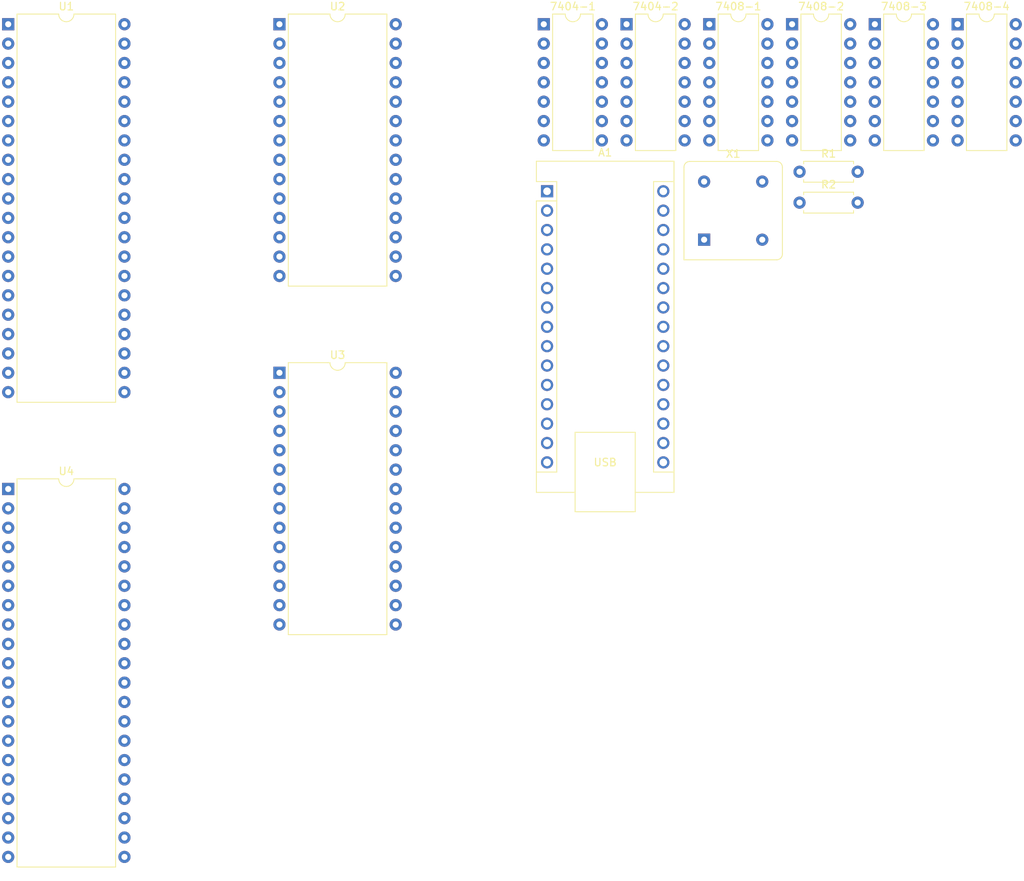
<source format=kicad_pcb>
(kicad_pcb (version 20221018) (generator pcbnew)
  (layers (0 "F.Cu" signal) (31 "B.Cu" signal) (34 "B.Paste" user) (35 "F.Paste" user) (36 "B.SilkS" user "B.Silkscreen") (37 "F.SilkS" user "F.Silkscreen") (38 "B.Mask" user) (39 "F.Mask" user) (44 "Edge.Cuts" user))
  (net 0 "")
  (net 2 "Net-(7404-1-Pad2)")
  (net 4 "Net-(7404-1-Pad4)")
  (net 6 "Net-(7404-1-Pad6)")
  (net 8 "VDD")
  (net 9 "GND")
  (net 17 "Net-(7404-1-Pad12)")
  (net 18 "Net-(U4-CS1)")
  (net 19 "Net-(U4-~{CS2})")
  (net 20 "Net-(7404-2-Pad3)")
  (net 21 "Net-(U3-~{CS})")
  (net 22 "Net-(7404-2-Pad5)")
  (net 32 "Net-(U2-~{CS})")
  (net 33 "Net-(7404-2-Pad9)")
  (net 35 "Net-(7404-2-Pad11)")
  (net 37 "Net-(7404-2-Pad13)")
  (net 38 "Net-(7408-1-Pad6)")
  (net 41 "Net-(7408-1-Pad10)")
  (net 43 "Net-(7408-2-Pad3)")
  (net 44 "Net-(7408-2-Pad11)")
  (net 45 "Net-(7408-3-Pad3)")
  (net 54 "/A0")
  (net 55 "/A1")
  (net 56 "/A2")
  (net 57 "/A3")
  (net 58 "/A4")
  (net 59 "/A5")
  (net 60 "/A6")
  (net 61 "/A7")
  (net 62 "/A8")
  (net 63 "/A9")
  (net 64 "/A10")
  (net 65 "/A11")
  (net 66 "/A12")
  (net 67 "/A13")
  (net 68 "/A14")
  (net 69 "/A15")
  (net 70 "/D7")
  (net 71 "/D6")
  (net 72 "/D5")
  (net 73 "/D4")
  (net 74 "/D3")
  (net 75 "/D2")
  (net 76 "/D1")
  (net 77 "/D0")
  (net 82 "Net-(U1-ϕ0)")
  (net 83 "Net-(A1-D3)")
  (net 97 "/PB7")
  (net 98 "/PB6")
  (net 99 "/PB5")
  (net 100 "/PB4")
  (net 101 "/PB3")
  (net 102 "/PB2")
  (net 103 "/PB1")
  (net 104 "/PB0")
  (net 110 "/LCD_SDA")
  (net 111 "/LCD_SCL")
  (net 116 "Net-(SW1-A)")
  (net 117 "Net-(U1-RDY)")
  (net 118 "Net-(U1-R{slash}~{W})")
  (footprint "Package_DIP:DIP-14_W7.62mm" (layer "F.Cu") (at 199.97 55.88)
    (fp_text reference "7408-3" (at 3.81 -2.33) (layer "F.SilkS"))
    (fp_text value "74LS08")
    (fp_line (start 1.16 -1.33) (end 1.16 16.57) (stroke (width 0.12)) (layer "F.SilkS"))
    (fp_line (start 1.16 16.57) (end 6.46 16.57) (stroke (width 0.12)) (layer "F.SilkS"))
    (fp_line (start 2.81 -1.33) (end 1.16 -1.33) (stroke (width 0.12)) (layer "F.SilkS"))
    (fp_line (start 6.46 -1.33) (end 4.81 -1.33) (stroke (width 0.12)) (layer "F.SilkS"))
    (fp_line (start 6.46 16.57) (end 6.46 -1.33) (stroke (width 0.12)) (layer "F.SilkS"))
    (fp_arc (start 4.81 -1.33) (mid 3.81 -0.33) (end 2.81 -1.33) (stroke (width 0.12)) (layer "F.SilkS"))
    (pad "1" thru_hole rect (at 0 0) (size 1.6 1.6) (drill 0.8) (layers "*.Cu" "*.Mask") (net 67 "/A13"))
    (pad "2" thru_hole oval (at 0 2.54) (size 1.6 1.6) (drill 0.8) (layers "*.Cu" "*.Mask") (net 66 "/A12"))
    (pad "3" thru_hole oval (at 0 5.08) (size 1.6 1.6) (drill 0.8) (layers "*.Cu" "*.Mask") (net 45 "Net-(7408-3-Pad3)"))
    (pad "4" thru_hole oval (at 0 7.62) (size 1.6 1.6) (drill 0.8) (layers "*.Cu" "*.Mask") (net 38 "Net-(7408-1-Pad6)"))
    (pad "5" thru_hole oval (at 0 10.16) (size 1.6 1.6) (drill 0.8) (layers "*.Cu" "*.Mask") (net 45 "Net-(7408-3-Pad3)"))
    (pad "6" thru_hole oval (at 0 12.7) (size 1.6 1.6) (drill 0.8) (layers "*.Cu" "*.Mask") (net 22 "Net-(7404-2-Pad5)"))
    (pad "7" thru_hole oval (at 0 15.24) (size 1.6 1.6) (drill 0.8) (layers "*.Cu" "*.Mask") (net 9 "GND"))
    (pad "8" thru_hole oval (at 7.62 15.24) (size 1.6 1.6) (drill 0.8) (layers "*.Cu" "*.Mask"))
    (pad "9" thru_hole oval (at 7.62 12.7) (size 1.6 1.6) (drill 0.8) (layers "*.Cu" "*.Mask"))
    (pad "10" thru_hole oval (at 7.62 10.16) (size 1.6 1.6) (drill 0.8) (layers "*.Cu" "*.Mask"))
    (pad "11" thru_hole oval (at 7.62 7.62) (size 1.6 1.6) (drill 0.8) (layers "*.Cu" "*.Mask") (net 33 "Net-(7404-2-Pad9)"))
    (pad "12" thru_hole oval (at 7.62 5.08) (size 1.6 1.6) (drill 0.8) (layers "*.Cu" "*.Mask") (net 2 "Net-(7404-1-Pad2)"))
    (pad "13" thru_hole oval (at 7.62 2.54) (size 1.6 1.6) (drill 0.8) (layers "*.Cu" "*.Mask") (net 82 "Net-(U1-ϕ0)"))
    (pad "14" thru_hole oval (at 7.62 0) (size 1.6 1.6) (drill 0.8) (layers "*.Cu" "*.Mask") (net 8 "VDD"))
  )
  (footprint "Module:Arduino_Nano" (layer "F.Cu") (at 157 77.79)
    (fp_text reference "A1" (at 7.62 -5.08) (layer "F.SilkS"))
    (fp_text value "Arduino_Nano_v3.x")
    (fp_text user "USB" (at 7.62 35.56 unlocked) (layer "F.SilkS"))
    (fp_line (start -1.4 -3.94) (end -1.4 -1.27) (stroke (width 0.12)) (layer "F.SilkS"))
    (fp_line (start -1.4 1.27) (end -1.4 39.5) (stroke (width 0.12)) (layer "F.SilkS"))
    (fp_line (start -1.4 39.5) (end 3.68 39.5) (stroke (width 0.12)) (layer "F.SilkS"))
    (fp_line (start 1.27 -1.27) (end -1.4 -1.27) (stroke (width 0.12)) (layer "F.SilkS"))
    (fp_line (start 1.27 1.27) (end -1.4 1.27) (stroke (width 0.12)) (layer "F.SilkS"))
    (fp_line (start 1.27 1.27) (end 1.27 -1.27) (stroke (width 0.12)) (layer "F.SilkS"))
    (fp_line (start 1.27 1.27) (end 1.27 36.83) (stroke (width 0.12)) (layer "F.SilkS"))
    (fp_line (start 1.27 36.83) (end -1.4 36.83) (stroke (width 0.12)) (layer "F.SilkS"))
    (fp_line (start 3.68 31.62) (end 11.56 31.62) (stroke (width 0.12)) (layer "F.SilkS"))
    (fp_line (start 3.68 42.04) (end 3.68 31.62) (stroke (width 0.12)) (layer "F.SilkS"))
    (fp_line (start 11.56 31.62) (end 11.56 42.04) (stroke (width 0.12)) (layer "F.SilkS"))
    (fp_line (start 11.56 42.04) (end 3.68 42.04) (stroke (width 0.12)) (layer "F.SilkS"))
    (fp_line (start 13.97 -1.27) (end 13.97 36.83) (stroke (width 0.12)) (layer "F.SilkS"))
    (fp_line (start 13.97 -1.27) (end 16.64 -1.27) (stroke (width 0.12)) (layer "F.SilkS"))
    (fp_line (start 13.97 36.83) (end 16.64 36.83) (stroke (width 0.12)) (layer "F.SilkS"))
    (fp_line (start 16.64 -3.94) (end -1.4 -3.94) (stroke (width 0.12)) (layer "F.SilkS"))
    (fp_line (start 16.64 39.5) (end 11.56 39.5) (stroke (width 0.12)) (layer "F.SilkS"))
    (fp_line (start 16.64 39.5) (end 16.64 -3.94) (stroke (width 0.12)) (layer "F.SilkS"))
    (pad "1" thru_hole rect (at 0 0) (size 1.6 1.6) (drill 1) (layers "*.Cu" "*.Mask"))
    (pad "2" thru_hole oval (at 0 2.54) (size 1.6 1.6) (drill 1) (layers "*.Cu" "*.Mask"))
    (pad "3" thru_hole oval (at 0 5.08) (size 1.6 1.6) (drill 1) (layers "*.Cu" "*.Mask"))
    (pad "4" thru_hole oval (at 0 7.62) (size 1.6 1.6) (drill 1) (layers "*.Cu" "*.Mask") (net 9 "GND"))
    (pad "5" thru_hole oval (at 0 10.16) (size 1.6 1.6) (drill 1) (layers "*.Cu" "*.Mask"))
    (pad "6" thru_hole oval (at 0 12.7) (size 1.6 1.6) (drill 1) (layers "*.Cu" "*.Mask") (net 83 "Net-(A1-D3)"))
    (pad "7" thru_hole oval (at 0 15.24) (size 1.6 1.6) (drill 1) (layers "*.Cu" "*.Mask") (net 97 "/PB7"))
    (pad "8" thru_hole oval (at 0 17.78) (size 1.6 1.6) (drill 1) (layers "*.Cu" "*.Mask") (net 98 "/PB6"))
    (pad "9" thru_hole oval (at 0 20.32) (size 1.6 1.6) (drill 1) (layers "*.Cu" "*.Mask") (net 99 "/PB5"))
    (pad "10" thru_hole oval (at 0 22.86) (size 1.6 1.6) (drill 1) (layers "*.Cu" "*.Mask") (net 100 "/PB4"))
    (pad "11" thru_hole oval (at 0 25.4) (size 1.6 1.6) (drill 1) (layers "*.Cu" "*.Mask") (net 101 "/PB3"))
    (pad "12" thru_hole oval (at 0 27.94) (size 1.6 1.6) (drill 1) (layers "*.Cu" "*.Mask") (net 102 "/PB2"))
    (pad "13" thru_hole oval (at 0 30.48) (size 1.6 1.6) (drill 1) (layers "*.Cu" "*.Mask") (net 103 "/PB1"))
    (pad "14" thru_hole oval (at 0 33.02) (size 1.6 1.6) (drill 1) (layers "*.Cu" "*.Mask") (net 104 "/PB0"))
    (pad "15" thru_hole oval (at 0 35.56) (size 1.6 1.6) (drill 1) (layers "*.Cu" "*.Mask"))
    (pad "16" thru_hole oval (at 15.24 35.56) (size 1.6 1.6) (drill 1) (layers "*.Cu" "*.Mask"))
    (pad "17" thru_hole oval (at 15.24 33.02) (size 1.6 1.6) (drill 1) (layers "*.Cu" "*.Mask"))
    (pad "18" thru_hole oval (at 15.24 30.48) (size 1.6 1.6) (drill 1) (layers "*.Cu" "*.Mask"))
    (pad "19" thru_hole oval (at 15.24 27.94) (size 1.6 1.6) (drill 1) (layers "*.Cu" "*.Mask") (net 58 "/A4"))
    (pad "20" thru_hole oval (at 15.24 25.4) (size 1.6 1.6) (drill 1) (layers "*.Cu" "*.Mask") (net 59 "/A5"))
    (pad "21" thru_hole oval (at 15.24 22.86) (size 1.6 1.6) (drill 1) (layers "*.Cu" "*.Mask") (net 60 "/A6"))
    (pad "22" thru_hole oval (at 15.24 20.32) (size 1.6 1.6) (drill 1) (layers "*.Cu" "*.Mask"))
    (pad "23" thru_hole oval (at 15.24 17.78) (size 1.6 1.6) (drill 1) (layers "*.Cu" "*.Mask") (net 110 "/LCD_SDA"))
    (pad "24" thru_hole oval (at 15.24 15.24) (size 1.6 1.6) (drill 1) (layers "*.Cu" "*.Mask") (net 111 "/LCD_SCL"))
    (pad "25" thru_hole oval (at 15.24 12.7) (size 1.6 1.6) (drill 1) (layers "*.Cu" "*.Mask"))
    (pad "26" thru_hole oval (at 15.24 10.16) (size 1.6 1.6) (drill 1) (layers "*.Cu" "*.Mask"))
    (pad "27" thru_hole oval (at 15.24 7.62) (size 1.6 1.6) (drill 1) (layers "*.Cu" "*.Mask"))
    (pad "28" thru_hole oval (at 15.24 5.08) (size 1.6 1.6) (drill 1) (layers "*.Cu" "*.Mask"))
    (pad "29" thru_hole oval (at 15.24 2.54) (size 1.6 1.6) (drill 1) (layers "*.Cu" "*.Mask") (net 9 "GND"))
    (pad "30" thru_hole oval (at 15.24 0) (size 1.6 1.6) (drill 1) (layers "*.Cu" "*.Mask") (net 8 "VDD"))
  )
  (footprint "Package_DIP:DIP-14_W7.62mm" (layer "F.Cu") (at 167.42 55.88)
    (fp_text reference "7404-2" (at 3.81 -2.33) (layer "F.SilkS"))
    (fp_text value "74HCT04")
    (fp_line (start 1.16 -1.33) (end 1.16 16.57) (stroke (width 0.12)) (layer "F.SilkS"))
    (fp_line (start 1.16 16.57) (end 6.46 16.57) (stroke (width 0.12)) (layer "F.SilkS"))
    (fp_line (start 2.81 -1.33) (end 1.16 -1.33) (stroke (width 0.12)) (layer "F.SilkS"))
    (fp_line (start 6.46 -1.33) (end 4.81 -1.33) (stroke (width 0.12)) (layer "F.SilkS"))
    (fp_line (start 6.46 16.57) (end 6.46 -1.33) (stroke (width 0.12)) (layer "F.SilkS"))
    (fp_arc (start 4.81 -1.33) (mid 3.81 -0.33) (end 2.81 -1.33) (stroke (width 0.12)) (layer "F.SilkS"))
    (pad "1" thru_hole rect (at 0 0) (size 1.6 1.6) (drill 0.8) (layers "*.Cu" "*.Mask") (net 18 "Net-(U4-CS1)"))
    (pad "2" thru_hole oval (at 0 2.54) (size 1.6 1.6) (drill 0.8) (layers "*.Cu" "*.Mask") (net 19 "Net-(U4-~{CS2})"))
    (pad "3" thru_hole oval (at 0 5.08) (size 1.6 1.6) (drill 0.8) (layers "*.Cu" "*.Mask") (net 20 "Net-(7404-2-Pad3)"))
    (pad "4" thru_hole oval (at 0 7.62) (size 1.6 1.6) (drill 0.8) (layers "*.Cu" "*.Mask") (net 21 "Net-(U3-~{CS})"))
    (pad "5" thru_hole oval (at 0 10.16) (size 1.6 1.6) (drill 0.8) (layers "*.Cu" "*.Mask") (net 22 "Net-(7404-2-Pad5)"))
    (pad "6" thru_hole oval (at 0 12.7) (size 1.6 1.6) (drill 0.8) (layers "*.Cu" "*.Mask"))
    (pad "7" thru_hole oval (at 0 15.24) (size 1.6 1.6) (drill 0.8) (layers "*.Cu" "*.Mask") (net 9 "GND"))
    (pad "8" thru_hole oval (at 7.62 15.24) (size 1.6 1.6) (drill 0.8) (layers "*.Cu" "*.Mask") (net 32 "Net-(U2-~{CS})"))
    (pad "9" thru_hole oval (at 7.62 12.7) (size 1.6 1.6) (drill 0.8) (layers "*.Cu" "*.Mask") (net 33 "Net-(7404-2-Pad9)"))
    (pad "10" thru_hole oval (at 7.62 10.16) (size 1.6 1.6) (drill 0.8) (layers "*.Cu" "*.Mask"))
    (pad "11" thru_hole oval (at 7.62 7.62) (size 1.6 1.6) (drill 0.8) (layers "*.Cu" "*.Mask") (net 35 "Net-(7404-2-Pad11)"))
    (pad "12" thru_hole oval (at 7.62 5.08) (size 1.6 1.6) (drill 0.8) (layers "*.Cu" "*.Mask"))
    (pad "13" thru_hole oval (at 7.62 2.54) (size 1.6 1.6) (drill 0.8) (layers "*.Cu" "*.Mask") (net 37 "Net-(7404-2-Pad13)"))
    (pad "14" thru_hole oval (at 7.62 0) (size 1.6 1.6) (drill 0.8) (layers "*.Cu" "*.Mask") (net 8 "VDD"))
  )
  (footprint "Package_DIP:DIP-40_W15.24mm" (layer "F.Cu") (at 86.36 116.84)
    (fp_text reference "U4" (at 7.62 -2.33) (layer "F.SilkS"))
    (fp_text value "W65C22SxP")
    (fp_line (start 1.16 -1.33) (end 1.16 49.59) (stroke (width 0.12)) (layer "F.SilkS"))
    (fp_line (start 1.16 49.59) (end 14.08 49.59) (stroke (width 0.12)) (layer "F.SilkS"))
    (fp_line (start 6.62 -1.33) (end 1.16 -1.33) (stroke (width 0.12)) (layer "F.SilkS"))
    (fp_line (start 14.08 -1.33) (end 8.62 -1.33) (stroke (width 0.12)) (layer "F.SilkS"))
    (fp_line (start 14.08 49.59) (end 14.08 -1.33) (stroke (width 0.12)) (layer "F.SilkS"))
    (fp_arc (start 8.62 -1.33) (mid 7.62 -0.33) (end 6.62 -1.33) (stroke (width 0.12)) (layer "F.SilkS"))
    (pad "1" thru_hole rect (at 0 0) (size 1.6 1.6) (drill 0.8) (layers "*.Cu" "*.Mask") (net 9 "GND"))
    (pad "2" thru_hole oval (at 0 2.54) (size 1.6 1.6) (drill 0.8) (layers "*.Cu" "*.Mask"))
    (pad "3" thru_hole oval (at 0 5.08) (size 1.6 1.6) (drill 0.8) (layers "*.Cu" "*.Mask"))
    (pad "4" thru_hole oval (at 0 7.62) (size 1.6 1.6) (drill 0.8) (layers "*.Cu" "*.Mask"))
    (pad "5" thru_hole oval (at 0 10.16) (size 1.6 1.6) (drill 0.8) (layers "*.Cu" "*.Mask"))
    (pad "6" thru_hole oval (at 0 12.7) (size 1.6 1.6) (drill 0.8) (layers "*.Cu" "*.Mask"))
    (pad "7" thru_hole oval (at 0 15.24) (size 1.6 1.6) (drill 0.8) (layers "*.Cu" "*.Mask"))
    (pad "8" thru_hole oval (at 0 17.78) (size 1.6 1.6) (drill 0.8) (layers "*.Cu" "*.Mask"))
    (pad "9" thru_hole oval (at 0 20.32) (size 1.6 1.6) (drill 0.8) (layers "*.Cu" "*.Mask"))
    (pad "10" thru_hole oval (at 0 22.86) (size 1.6 1.6) (drill 0.8) (layers "*.Cu" "*.Mask") (net 104 "/PB0"))
    (pad "11" thru_hole oval (at 0 25.4) (size 1.6 1.6) (drill 0.8) (layers "*.Cu" "*.Mask") (net 103 "/PB1"))
    (pad "12" thru_hole oval (at 0 27.94) (size 1.6 1.6) (drill 0.8) (layers "*.Cu" "*.Mask") (net 102 "/PB2"))
    (pad "13" thru_hole oval (at 0 30.48) (size 1.6 1.6) (drill 0.8) (layers "*.Cu" "*.Mask") (net 101 "/PB3"))
    (pad "14" thru_hole oval (at 0 33.02) (size 1.6 1.6) (drill 0.8) (layers "*.Cu" "*.Mask") (net 100 "/PB4"))
    (pad "15" thru_hole oval (at 0 35.56) (size 1.6 1.6) (drill 0.8) (layers "*.Cu" "*.Mask") (net 99 "/PB5"))
    (pad "16" thru_hole oval (at 0 38.1) (size 1.6 1.6) (drill 0.8) (layers "*.Cu" "*.Mask") (net 98 "/PB6"))
    (pad "17" thru_hole oval (at 0 40.64) (size 1.6 1.6) (drill 0.8) (layers "*.Cu" "*.Mask") (net 97 "/PB7"))
    (pad "18" thru_hole oval (at 0 43.18) (size 1.6 1.6) (drill 0.8) (layers "*.Cu" "*.Mask"))
    (pad "19" thru_hole oval (at 0 45.72) (size 1.6 1.6) (drill 0.8) (layers "*.Cu" "*.Mask"))
    (pad "20" thru_hole oval (at 0 48.26) (size 1.6 1.6) (drill 0.8) (layers "*.Cu" "*.Mask") (net 8 "VDD"))
    (pad "21" thru_hole oval (at 15.24 48.26) (size 1.6 1.6) (drill 0.8) (layers "*.Cu" "*.Mask"))
    (pad "22" thru_hole oval (at 15.24 45.72) (size 1.6 1.6) (drill 0.8) (layers "*.Cu" "*.Mask") (net 118 "Net-(U1-R{slash}~{W})"))
    (pad "23" thru_hole oval (at 15.24 43.18) (size 1.6 1.6) (drill 0.8) (layers "*.Cu" "*.Mask") (net 19 "Net-(U4-~{CS2})"))
    (pad "24" thru_hole oval (at 15.24 40.64) (size 1.6 1.6) (drill 0.8) (layers "*.Cu" "*.Mask") (net 18 "Net-(U4-CS1)"))
    (pad "25" thru_hole oval (at 15.24 38.1) (size 1.6 1.6) (drill 0.8) (layers "*.Cu" "*.Mask") (net 82 "Net-(U1-ϕ0)"))
    (pad "26" thru_hole oval (at 15.24 35.56) (size 1.6 1.6) (drill 0.8) (layers "*.Cu" "*.Mask") (net 70 "/D7"))
    (pad "27" thru_hole oval (at 15.24 33.02) (size 1.6 1.6) (drill 0.8) (layers "*.Cu" "*.Mask") (net 71 "/D6"))
    (pad "28" thru_hole oval (at 15.24 30.48) (size 1.6 1.6) (drill 0.8) (layers "*.Cu" "*.Mask") (net 72 "/D5"))
    (pad "29" thru_hole oval (at 15.24 27.94) (size 1.6 1.6) (drill 0.8) (layers "*.Cu" "*.Mask") (net 73 "/D4"))
    (pad "30" thru_hole oval (at 15.24 25.4) (size 1.6 1.6) (drill 0.8) (layers "*.Cu" "*.Mask") (net 74 "/D3"))
    (pad "31" thru_hole oval (at 15.24 22.86) (size 1.6 1.6) (drill 0.8) (layers "*.Cu" "*.Mask") (net 75 "/D2"))
    (pad "32" thru_hole oval (at 15.24 20.32) (size 1.6 1.6) (drill 0.8) (layers "*.Cu" "*.Mask") (net 76 "/D1"))
    (pad "33" thru_hole oval (at 15.24 17.78) (size 1.6 1.6) (drill 0.8) (layers "*.Cu" "*.Mask") (net 77 "/D0"))
    (pad "34" thru_hole oval (at 15.24 15.24) (size 1.6 1.6) (drill 0.8) (layers "*.Cu" "*.Mask"))
    (pad "35" thru_hole oval (at 15.24 12.7) (size 1.6 1.6) (drill 0.8) (layers "*.Cu" "*.Mask"))
    (pad "36" thru_hole oval (at 15.24 10.16) (size 1.6 1.6) (drill 0.8) (layers "*.Cu" "*.Mask"))
    (pad "37" thru_hole oval (at 15.24 7.62) (size 1.6 1.6) (drill 0.8) (layers "*.Cu" "*.Mask"))
    (pad "38" thru_hole oval (at 15.24 5.08) (size 1.6 1.6) (drill 0.8) (layers "*.Cu" "*.Mask"))
    (pad "39" thru_hole oval (at 15.24 2.54) (size 1.6 1.6) (drill 0.8) (layers "*.Cu" "*.Mask"))
    (pad "40" thru_hole oval (at 15.24 0) (size 1.6 1.6) (drill 0.8) (layers "*.Cu" "*.Mask"))
  )
  (footprint "Package_DIP:DIP-14_W7.62mm" (layer "F.Cu") (at 178.27 55.88)
    (fp_text reference "7408-1" (at 3.81 -2.33) (layer "F.SilkS"))
    (fp_text value "74LS08")
    (fp_line (start 1.16 -1.33) (end 1.16 16.57) (stroke (width 0.12)) (layer "F.SilkS"))
    (fp_line (start 1.16 16.57) (end 6.46 16.57) (stroke (width 0.12)) (layer "F.SilkS"))
    (fp_line (start 2.81 -1.33) (end 1.16 -1.33) (stroke (width 0.12)) (layer "F.SilkS"))
    (fp_line (start 6.46 -1.33) (end 4.81 -1.33) (stroke (width 0.12)) (layer "F.SilkS"))
    (fp_line (start 6.46 16.57) (end 6.46 -1.33) (stroke (width 0.12)) (layer "F.SilkS"))
    (fp_arc (start 4.81 -1.33) (mid 3.81 -0.33) (end 2.81 -1.33) (stroke (width 0.12)) (layer "F.SilkS"))
    (pad "1" thru_hole rect (at 0 0) (size 1.6 1.6) (drill 0.8) (layers "*.Cu" "*.Mask") (net 69 "/A15"))
    (pad "2" thru_hole oval (at 0 2.54) (size 1.6 1.6) (drill 0.8) (layers "*.Cu" "*.Mask") (net 68 "/A14"))
    (pad "3" thru_hole oval (at 0 5.08) (size 1.6 1.6) (drill 0.8) (layers "*.Cu" "*.Mask") (net 20 "Net-(7404-2-Pad3)"))
    (pad "4" thru_hole oval (at 0 7.62) (size 1.6 1.6) (drill 0.8) (layers "*.Cu" "*.Mask") (net 4 "Net-(7404-1-Pad4)"))
    (pad "5" thru_hole oval (at 0 10.16) (size 1.6 1.6) (drill 0.8) (layers "*.Cu" "*.Mask") (net 69 "/A15"))
    (pad "6" thru_hole oval (at 0 12.7) (size 1.6 1.6) (drill 0.8) (layers "*.Cu" "*.Mask") (net 38 "Net-(7408-1-Pad6)"))
    (pad "7" thru_hole oval (at 0 15.24) (size 1.6 1.6) (drill 0.8) (layers "*.Cu" "*.Mask") (net 9 "GND"))
    (pad "8" thru_hole oval (at 7.62 15.24) (size 1.6 1.6) (drill 0.8) (layers "*.Cu" "*.Mask") (net 37 "Net-(7404-2-Pad13)"))
    (pad "9" thru_hole oval (at 7.62 12.7) (size 1.6 1.6) (drill 0.8) (layers "*.Cu" "*.Mask") (net 38 "Net-(7408-1-Pad6)"))
    (pad "10" thru_hole oval (at 7.62 10.16) (size 1.6 1.6) (drill 0.8) (layers "*.Cu" "*.Mask") (net 41 "Net-(7408-1-Pad10)"))
    (pad "11" thru_hole oval (at 7.62 7.62) (size 1.6 1.6) (drill 0.8) (layers "*.Cu" "*.Mask") (net 41 "Net-(7408-1-Pad10)"))
    (pad "12" thru_hole oval (at 7.62 5.08) (size 1.6 1.6) (drill 0.8) (layers "*.Cu" "*.Mask") (net 17 "Net-(7404-1-Pad12)"))
    (pad "13" thru_hole oval (at 7.62 2.54) (size 1.6 1.6) (drill 0.8) (layers "*.Cu" "*.Mask") (net 6 "Net-(7404-1-Pad6)"))
    (pad "14" thru_hole oval (at 7.62 0) (size 1.6 1.6) (drill 0.8) (layers "*.Cu" "*.Mask") (net 8 "VDD"))
  )
  (footprint "Package_DIP:DIP-28_W15.24mm" (layer "F.Cu") (at 121.92 101.6)
    (fp_text reference "U3" (at 7.62 -2.33) (layer "F.SilkS"))
    (fp_text value "28C256")
    (fp_line (start 1.16 -1.33) (end 1.16 34.35) (stroke (width 0.12)) (layer "F.SilkS"))
    (fp_line (start 1.16 34.35) (end 14.08 34.35) (stroke (width 0.12)) (layer "F.SilkS"))
    (fp_line (start 6.62 -1.33) (end 1.16 -1.33) (stroke (width 0.12)) (layer "F.SilkS"))
    (fp_line (start 14.08 -1.33) (end 8.62 -1.33) (stroke (width 0.12)) (layer "F.SilkS"))
    (fp_line (start 14.08 34.35) (end 14.08 -1.33) (stroke (width 0.12)) (layer "F.SilkS"))
    (fp_arc (start 8.62 -1.33) (mid 7.62 -0.33) (end 6.62 -1.33) (stroke (width 0.12)) (layer "F.SilkS"))
    (pad "1" thru_hole rect (at 0 0) (size 1.6 1.6) (drill 0.8) (layers "*.Cu" "*.Mask") (net 68 "/A14"))
    (pad "2" thru_hole oval (at 0 2.54) (size 1.6 1.6) (drill 0.8) (layers "*.Cu" "*.Mask") (net 66 "/A12"))
    (pad "3" thru_hole oval (at 0 5.08) (size 1.6 1.6) (drill 0.8) (layers "*.Cu" "*.Mask") (net 61 "/A7"))
    (pad "4" thru_hole oval (at 0 7.62) (size 1.6 1.6) (drill 0.8) (layers "*.Cu" "*.Mask") (net 60 "/A6"))
    (pad "5" thru_hole oval (at 0 10.16) (size 1.6 1.6) (drill 0.8) (layers "*.Cu" "*.Mask") (net 59 "/A5"))
    (pad "6" thru_hole oval (at 0 12.7) (size 1.6 1.6) (drill 0.8) (layers "*.Cu" "*.Mask") (net 58 "/A4"))
    (pad "7" thru_hole oval (at 0 15.24) (size 1.6 1.6) (drill 0.8) (layers "*.Cu" "*.Mask") (net 57 "/A3"))
    (pad "8" thru_hole oval (at 0 17.78) (size 1.6 1.6) (drill 0.8) (layers "*.Cu" "*.Mask") (net 56 "/A2"))
    (pad "9" thru_hole oval (at 0 20.32) (size 1.6 1.6) (drill 0.8) (layers "*.Cu" "*.Mask") (net 55 "/A1"))
    (pad "10" thru_hole oval (at 0 22.86) (size 1.6 1.6) (drill 0.8) (layers "*.Cu" "*.Mask") (net 54 "/A0"))
    (pad "11" thru_hole oval (at 0 25.4) (size 1.6 1.6) (drill 0.8) (layers "*.Cu" "*.Mask") (net 77 "/D0"))
    (pad "12" thru_hole oval (at 0 27.94) (size 1.6 1.6) (drill 0.8) (layers "*.Cu" "*.Mask") (net 76 "/D1"))
    (pad "13" thru_hole oval (at 0 30.48) (size 1.6 1.6) (drill 0.8) (layers "*.Cu" "*.Mask") (net 75 "/D2"))
    (pad "14" thru_hole oval (at 0 33.02) (size 1.6 1.6) (drill 0.8) (layers "*.Cu" "*.Mask") (net 9 "GND"))
    (pad "15" thru_hole oval (at 15.24 33.02) (size 1.6 1.6) (drill 0.8) (layers "*.Cu" "*.Mask") (net 74 "/D3"))
    (pad "16" thru_hole oval (at 15.24 30.48) (size 1.6 1.6) (drill 0.8) (layers "*.Cu" "*.Mask") (net 73 "/D4"))
    (pad "17" thru_hole oval (at 15.24 27.94) (size 1.6 1.6) (drill 0.8) (layers "*.Cu" "*.Mask") (net 72 "/D5"))
    (pad "18" thru_hole oval (at 15.24 25.4) (size 1.6 1.6) (drill 0.8) (layers "*.Cu" "*.Mask") (net 71 "/D6"))
    (pad "19" thru_hole oval (at 15.24 22.86) (size 1.6 1.6) (drill 0.8) (layers "*.Cu" "*.Mask") (net 70 "/D7"))
    (pad "20" thru_hole oval (at 15.24 20.32) (size 1.6 1.6) (drill 0.8) (layers "*.Cu" "*.Mask") (net 21 "Net-(U3-~{CS})"))
    (pad "21" thru_hole oval (at 15.24 17.78) (size 1.6 1.6) (drill 0.8) (layers "*.Cu" "*.Mask") (net 64 "/A10"))
    (pad "22" thru_hole oval (at 15.24 15.24) (size 1.6 1.6) (drill 0.8) (layers "*.Cu" "*.Mask"))
    (pad "23" thru_hole oval (at 15.24 12.7) (size 1.6 1.6) (drill 0.8) (layers "*.Cu" "*.Mask") (net 65 "/A11"))
    (pad "24" thru_hole oval (at 15.24 10.16) (size 1.6 1.6) (drill 0.8) (layers "*.Cu" "*.Mask") (net 63 "/A9"))
    (pad "25" thru_hole oval (at 15.24 7.62) (size 1.6 1.6) (drill 0.8) (layers "*.Cu" "*.Mask") (net 62 "/A8"))
    (pad "26" thru_hole oval (at 15.24 5.08) (size 1.6 1.6) (drill 0.8) (layers "*.Cu" "*.Mask") (net 67 "/A13"))
    (pad "27" thru_hole oval (at 15.24 2.54) (size 1.6 1.6) (drill 0.8) (layers "*.Cu" "*.Mask"))
    (pad "28" thru_hole oval (at 15.24 0) (size 1.6 1.6) (drill 0.8) (layers "*.Cu" "*.Mask") (net 8 "VDD"))
  )
  (footprint "Resistor_THT:R_Axial_DIN0207_L6.3mm_D2.5mm_P7.62mm_Horizontal" (layer "F.Cu") (at 190.1 75.23)
    (fp_text reference "R1" (at 3.81 -2.37) (layer "F.SilkS"))
    (fp_text value "10k")
    (fp_line (start 0.54 -1.37) (end 7.08 -1.37) (stroke (width 0.12)) (layer "F.SilkS"))
    (fp_line (start 0.54 -1.04) (end 0.54 -1.37) (stroke (width 0.12)) (layer "F.SilkS"))
    (fp_line (start 0.54 1.04) (end 0.54 1.37) (stroke (width 0.12)) (layer "F.SilkS"))
    (fp_line (start 0.54 1.37) (end 7.08 1.37) (stroke (width 0.12)) (layer "F.SilkS"))
    (fp_line (start 7.08 -1.37) (end 7.08 -1.04) (stroke (width 0.12)) (layer "F.SilkS"))
    (fp_line (start 7.08 1.37) (end 7.08 1.04) (stroke (width 0.12)) (layer "F.SilkS"))
    (pad "1" thru_hole circle (at 0 0) (size 1.6 1.6) (drill 0.8) (layers "*.Cu" "*.Mask") (net 116 "Net-(SW1-A)"))
    (pad "2" thru_hole oval (at 7.62 0) (size 1.6 1.6) (drill 0.8) (layers "*.Cu" "*.Mask") (net 8 "VDD"))
  )
  (footprint "Package_DIP:DIP-14_W7.62mm" (layer "F.Cu") (at 156.57 55.88)
    (fp_text reference "7404-1" (at 3.81 -2.33) (layer "F.SilkS"))
    (fp_text value "74HCT04")
    (fp_line (start 1.16 -1.33) (end 1.16 16.57) (stroke (width 0.12)) (layer "F.SilkS"))
    (fp_line (start 1.16 16.57) (end 6.46 16.57) (stroke (width 0.12)) (layer "F.SilkS"))
    (fp_line (start 2.81 -1.33) (end 1.16 -1.33) (stroke (width 0.12)) (layer "F.SilkS"))
    (fp_line (start 6.46 -1.33) (end 4.81 -1.33) (stroke (width 0.12)) (layer "F.SilkS"))
    (fp_line (start 6.46 16.57) (end 6.46 -1.33) (stroke (width 0.12)) (layer "F.SilkS"))
    (fp_arc (start 4.81 -1.33) (mid 3.81 -0.33) (end 2.81 -1.33) (stroke (width 0.12)) (layer "F.SilkS"))
    (pad "1" thru_hole rect (at 0 0) (size 1.6 1.6) (drill 0.8) (layers "*.Cu" "*.Mask") (net 69 "/A15"))
    (pad "2" thru_hole oval (at 0 2.54) (size 1.6 1.6) (drill 0.8) (layers "*.Cu" "*.Mask") (net 2 "Net-(7404-1-Pad2)"))
    (pad "3" thru_hole oval (at 0 5.08) (size 1.6 1.6) (drill 0.8) (layers "*.Cu" "*.Mask") (net 68 "/A14"))
    (pad "4" thru_hole oval (at 0 7.62) (size 1.6 1.6) (drill 0.8) (layers "*.Cu" "*.Mask") (net 4 "Net-(7404-1-Pad4)"))
    (pad "5" thru_hole oval (at 0 10.16) (size 1.6 1.6) (drill 0.8) (layers "*.Cu" "*.Mask") (net 67 "/A13"))
    (pad "6" thru_hole oval (at 0 12.7) (size 1.6 1.6) (drill 0.8) (layers "*.Cu" "*.Mask") (net 6 "Net-(7404-1-Pad6)"))
    (pad "7" thru_hole oval (at 0 15.24) (size 1.6 1.6) (drill 0.8) (layers "*.Cu" "*.Mask") (net 9 "GND"))
    (pad "8" thru_hole oval (at 7.62 15.24) (size 1.6 1.6) (drill 0.8) (layers "*.Cu" "*.Mask"))
    (pad "9" thru_hole oval (at 7.62 12.7) (size 1.6 1.6) (drill 0.8) (layers "*.Cu" "*.Mask"))
    (pad "10" thru_hole oval (at 7.62 10.16) (size 1.6 1.6) (drill 0.8) (layers "*.Cu" "*.Mask"))
    (pad "11" thru_hole oval (at 7.62 7.62) (size 1.6 1.6) (drill 0.8) (layers "*.Cu" "*.Mask"))
    (pad "12" thru_hole oval (at 7.62 5.08) (size 1.6 1.6) (drill 0.8) (layers "*.Cu" "*.Mask") (net 17 "Net-(7404-1-Pad12)"))
    (pad "13" thru_hole oval (at 7.62 2.54) (size 1.6 1.6) (drill 0.8) (layers "*.Cu" "*.Mask") (net 66 "/A12"))
    (pad "14" thru_hole oval (at 7.62 0) (size 1.6 1.6) (drill 0.8) (layers "*.Cu" "*.Mask") (net 8 "VDD"))
  )
  (footprint "Oscillator:Oscillator_DIP-8" (layer "F.Cu") (at 177.59 84.14)
    (fp_text reference "X1" (at 3.81 -11.26) (layer "F.SilkS"))
    (fp_text value "CXO_DIP8")
    (fp_line (start -2.64 -9.51) (end -2.64 2.64) (stroke (width 0.12)) (layer "F.SilkS"))
    (fp_line (start -2.64 2.64) (end 9.51 2.64) (stroke (width 0.12)) (layer "F.SilkS"))
    (fp_line (start 9.51 -10.26) (end -1.89 -10.26) (stroke (width 0.12)) (layer "F.SilkS"))
    (fp_line (start 10.26 1.89) (end 10.26 -9.51) (stroke (width 0.12)) (layer "F.SilkS"))
    (fp_arc (start -2.64 -9.51) (mid -2.42033 -10.04033) (end -1.89 -10.26) (stroke (width 0.12)) (layer "F.SilkS"))
    (fp_arc (start 9.51 -10.26) (mid 10.04033 -10.04033) (end 10.26 -9.51) (stroke (width 0.12)) (layer "F.SilkS"))
    (fp_arc (start 10.26 1.89) (mid 10.04033 2.42033) (end 9.51 2.64) (stroke (width 0.12)) (layer "F.SilkS"))
    (pad "1" thru_hole rect (at 0 0) (size 1.6 1.6) (drill 0.8) (layers "*.Cu" "*.Mask"))
    (pad "4" thru_hole circle (at 7.62 0) (size 1.6 1.6) (drill 0.8) (layers "*.Cu" "*.Mask") (net 9 "GND"))
    (pad "5" thru_hole circle (at 7.62 -7.62) (size 1.6 1.6) (drill 0.8) (layers "*.Cu" "*.Mask") (net 82 "Net-(U1-ϕ0)"))
    (pad "8" thru_hole circle (at 0 -7.62) (size 1.6 1.6) (drill 0.8) (layers "*.Cu" "*.Mask") (net 8 "VDD"))
  )
  (footprint "Package_DIP:DIP-14_W7.62mm" (layer "F.Cu") (at 210.82 55.88)
    (fp_text reference "7408-4" (at 3.81 -2.33) (layer "F.SilkS"))
    (fp_text value "74LS08")
    (fp_line (start 1.16 -1.33) (end 1.16 16.57) (stroke (width 0.12)) (layer "F.SilkS"))
    (fp_line (start 1.16 16.57) (end 6.46 16.57) (stroke (width 0.12)) (layer "F.SilkS"))
    (fp_line (start 2.81 -1.33) (end 1.16 -1.33) (stroke (width 0.12)) (layer "F.SilkS"))
    (fp_line (start 6.46 -1.33) (end 4.81 -1.33) (stroke (width 0.12)) (layer "F.SilkS"))
    (fp_line (start 6.46 16.57) (end 6.46 -1.33) (stroke (width 0.12)) (layer "F.SilkS"))
    (fp_arc (start 4.81 -1.33) (mid 3.81 -0.33) (end 2.81 -1.33) (stroke (width 0.12)) (layer "F.SilkS"))
    (pad "1" thru_hole rect (at 0 0) (size 1.6 1.6) (drill 0.8) (layers "*.Cu" "*.Mask") (net 18 "Net-(U4-CS1)"))
    (pad "2" thru_hole oval (at 0 2.54) (size 1.6 1.6) (drill 0.8) (layers "*.Cu" "*.Mask") (net 82 "Net-(U1-ϕ0)"))
    (pad "3" thru_hole oval (at 0 5.08) (size 1.6 1.6) (drill 0.8) (layers "*.Cu" "*.Mask") (net 83 "Net-(A1-D3)"))
    (pad "4" thru_hole oval (at 0 7.62) (size 1.6 1.6) (drill 0.8) (layers "*.Cu" "*.Mask"))
    (pad "5" thru_hole oval (at 0 10.16) (size 1.6 1.6) (drill 0.8) (layers "*.Cu" "*.Mask"))
    (pad "6" thru_hole oval (at 0 12.7) (size 1.6 1.6) (drill 0.8) (layers "*.Cu" "*.Mask"))
    (pad "7" thru_hole oval (at 0 15.24) (size 1.6 1.6) (drill 0.8) (layers "*.Cu" "*.Mask") (net 9 "GND"))
    (pad "8" thru_hole oval (at 7.62 15.24) (size 1.6 1.6) (drill 0.8) (layers "*.Cu" "*.Mask"))
    (pad "9" thru_hole oval (at 7.62 12.7) (size 1.6 1.6) (drill 0.8) (layers "*.Cu" "*.Mask"))
    (pad "10" thru_hole oval (at 7.62 10.16) (size 1.6 1.6) (drill 0.8) (layers "*.Cu" "*.Mask"))
    (pad "11" thru_hole oval (at 7.62 7.62) (size 1.6 1.6) (drill 0.8) (layers "*.Cu" "*.Mask"))
    (pad "12" thru_hole oval (at 7.62 5.08) (size 1.6 1.6) (drill 0.8) (layers "*.Cu" "*.Mask"))
    (pad "13" thru_hole oval (at 7.62 2.54) (size 1.6 1.6) (drill 0.8) (layers "*.Cu" "*.Mask"))
    (pad "14" thru_hole oval (at 7.62 0) (size 1.6 1.6) (drill 0.8) (layers "*.Cu" "*.Mask") (net 8 "VDD"))
  )
  (footprint "Package_DIP:DIP-14_W7.62mm" (layer "F.Cu") (at 189.12 55.88)
    (fp_text reference "7408-2" (at 3.81 -2.33) (layer "F.SilkS"))
    (fp_text value "74LS08")
    (fp_line (start 1.16 -1.33) (end 1.16 16.57) (stroke (width 0.12)) (layer "F.SilkS"))
    (fp_line (start 1.16 16.57) (end 6.46 16.57) (stroke (width 0.12)) (layer "F.SilkS"))
    (fp_line (start 2.81 -1.33) (end 1.16 -1.33) (stroke (width 0.12)) (layer "F.SilkS"))
    (fp_line (start 6.46 -1.33) (end 4.81 -1.33) (stroke (width 0.12)) (layer "F.SilkS"))
    (fp_line (start 6.46 16.57) (end 6.46 -1.33) (stroke (width 0.12)) (layer "F.SilkS"))
    (fp_arc (start 4.81 -1.33) (mid 3.81 -0.33) (end 2.81 -1.33) (stroke (width 0.12)) (layer "F.SilkS"))
    (pad "1" thru_hole rect (at 0 0) (size 1.6 1.6) (drill 0.8) (layers "*.Cu" "*.Mask") (net 6 "Net-(7404-1-Pad6)"))
    (pad "2" thru_hole oval (at 0 2.54) (size 1.6 1.6) (drill 0.8) (layers "*.Cu" "*.Mask") (net 66 "/A12"))
    (pad "3" thru_hole oval (at 0 5.08) (size 1.6 1.6) (drill 0.8) (layers "*.Cu" "*.Mask") (net 43 "Net-(7408-2-Pad3)"))
    (pad "4" thru_hole oval (at 0 7.62) (size 1.6 1.6) (drill 0.8) (layers "*.Cu" "*.Mask") (net 38 "Net-(7408-1-Pad6)"))
    (pad "5" thru_hole oval (at 0 10.16) (size 1.6 1.6) (drill 0.8) (layers "*.Cu" "*.Mask") (net 43 "Net-(7408-2-Pad3)"))
    (pad "6" thru_hole oval (at 0 12.7) (size 1.6 1.6) (drill 0.8) (layers "*.Cu" "*.Mask") (net 18 "Net-(U4-CS1)"))
    (pad "7" thru_hole oval (at 0 15.24) (size 1.6 1.6) (drill 0.8) (layers "*.Cu" "*.Mask") (net 9 "GND"))
    (pad "8" thru_hole oval (at 7.62 15.24) (size 1.6 1.6) (drill 0.8) (layers "*.Cu" "*.Mask") (net 35 "Net-(7404-2-Pad11)"))
    (pad "9" thru_hole oval (at 7.62 12.7) (size 1.6 1.6) (drill 0.8) (layers "*.Cu" "*.Mask") (net 44 "Net-(7408-2-Pad11)"))
    (pad "10" thru_hole oval (at 7.62 10.16) (size 1.6 1.6) (drill 0.8) (layers "*.Cu" "*.Mask") (net 38 "Net-(7408-1-Pad6)"))
    (pad "11" thru_hole oval (at 7.62 7.62) (size 1.6 1.6) (drill 0.8) (layers "*.Cu" "*.Mask") (net 44 "Net-(7408-2-Pad11)"))
    (pad "12" thru_hole oval (at 7.62 5.08) (size 1.6 1.6) (drill 0.8) (layers "*.Cu" "*.Mask") (net 67 "/A13"))
    (pad "13" thru_hole oval (at 7.62 2.54) (size 1.6 1.6) (drill 0.8) (layers "*.Cu" "*.Mask") (net 17 "Net-(7404-1-Pad12)"))
    (pad "14" thru_hole oval (at 7.62 0) (size 1.6 1.6) (drill 0.8) (layers "*.Cu" "*.Mask") (net 8 "VDD"))
  )
  (footprint "Resistor_THT:R_Axial_DIN0207_L6.3mm_D2.5mm_P7.62mm_Horizontal" (layer "F.Cu") (at 190.1 79.28)
    (fp_text reference "R2" (at 3.81 -2.37) (layer "F.SilkS"))
    (fp_text value "10k")
    (fp_line (start 0.54 -1.37) (end 7.08 -1.37) (stroke (width 0.12)) (layer "F.SilkS"))
    (fp_line (start 0.54 -1.04) (end 0.54 -1.37) (stroke (width 0.12)) (layer "F.SilkS"))
    (fp_line (start 0.54 1.04) (end 0.54 1.37) (stroke (width 0.12)) (layer "F.SilkS"))
    (fp_line (start 0.54 1.37) (end 7.08 1.37) (stroke (width 0.12)) (layer "F.SilkS"))
    (fp_line (start 7.08 -1.37) (end 7.08 -1.04) (stroke (width 0.12)) (layer "F.SilkS"))
    (fp_line (start 7.08 1.37) (end 7.08 1.04) (stroke (width 0.12)) (layer "F.SilkS"))
    (pad "1" thru_hole circle (at 0 0) (size 1.6 1.6) (drill 0.8) (layers "*.Cu" "*.Mask") (net 117 "Net-(U1-RDY)"))
    (pad "2" thru_hole oval (at 7.62 0) (size 1.6 1.6) (drill 0.8) (layers "*.Cu" "*.Mask") (net 8 "VDD"))
  )
  (footprint "Package_DIP:DIP-40_W15.24mm" (layer "F.Cu") (at 86.36 55.88)
    (fp_text reference "U1" (at 7.62 -2.33) (layer "F.SilkS"))
    (fp_text value "W65C02SxP")
    (fp_line (start 1.16 -1.33) (end 1.16 49.59) (stroke (width 0.12)) (layer "F.SilkS"))
    (fp_line (start 1.16 49.59) (end 14.08 49.59) (stroke (width 0.12)) (layer "F.SilkS"))
    (fp_line (start 6.62 -1.33) (end 1.16 -1.33) (stroke (width 0.12)) (layer "F.SilkS"))
    (fp_line (start 14.08 -1.33) (end 8.62 -1.33) (stroke (width 0.12)) (layer "F.SilkS"))
    (fp_line (start 14.08 49.59) (end 14.08 -1.33) (stroke (width 0.12)) (layer "F.SilkS"))
    (fp_arc (start 8.62 -1.33) (mid 7.62 -0.33) (end 6.62 -1.33) (stroke (width 0.12)) (layer "F.SilkS"))
    (pad "1" thru_hole rect (at 0 0) (size 1.6 1.6) (drill 0.8) (layers "*.Cu" "*.Mask"))
    (pad "2" thru_hole oval (at 0 2.54) (size 1.6 1.6) (drill 0.8) (layers "*.Cu" "*.Mask") (net 117 "Net-(U1-RDY)"))
    (pad "3" thru_hole oval (at 0 5.08) (size 1.6 1.6) (drill 0.8) (layers "*.Cu" "*.Mask"))
    (pad "4" thru_hole oval (at 0 7.62) (size 1.6 1.6) (drill 0.8) (layers "*.Cu" "*.Mask") (net 8 "VDD"))
    (pad "5" thru_hole oval (at 0 10.16) (size 1.6 1.6) (drill 0.8) (layers "*.Cu" "*.Mask"))
    (pad "6" thru_hole oval (at 0 12.7) (size 1.6 1.6) (drill 0.8) (layers "*.Cu" "*.Mask") (net 8 "VDD"))
    (pad "7" thru_hole oval (at 0 15.24) (size 1.6 1.6) (drill 0.8) (layers "*.Cu" "*.Mask"))
    (pad "8" thru_hole oval (at 0 17.78) (size 1.6 1.6) (drill 0.8) (layers "*.Cu" "*.Mask") (net 8 "VDD"))
    (pad "9" thru_hole oval (at 0 20.32) (size 1.6 1.6) (drill 0.8) (layers "*.Cu" "*.Mask") (net 54 "/A0"))
    (pad "10" thru_hole oval (at 0 22.86) (size 1.6 1.6) (drill 0.8) (layers "*.Cu" "*.Mask") (net 55 "/A1"))
    (pad "11" thru_hole oval (at 0 25.4) (size 1.6 1.6) (drill 0.8) (layers "*.Cu" "*.Mask") (net 56 "/A2"))
    (pad "12" thru_hole oval (at 0 27.94) (size 1.6 1.6) (drill 0.8) (layers "*.Cu" "*.Mask") (net 57 "/A3"))
    (pad "13" thru_hole oval (at 0 30.48) (size 1.6 1.6) (drill 0.8) (layers "*.Cu" "*.Mask") (net 58 "/A4"))
    (pad "14" thru_hole oval (at 0 33.02) (size 1.6 1.6) (drill 0.8) (layers "*.Cu" "*.Mask") (net 59 "/A5"))
    (pad "15" thru_hole oval (at 0 35.56) (size 1.6 1.6) (drill 0.8) (layers "*.Cu" "*.Mask") (net 60 "/A6"))
    (pad "16" thru_hole oval (at 0 38.1) (size 1.6 1.6) (drill 0.8) (layers "*.Cu" "*.Mask") (net 61 "/A7"))
    (pad "17" thru_hole oval (at 0 40.64) (size 1.6 1.6) (drill 0.8) (layers "*.Cu" "*.Mask") (net 62 "/A8"))
    (pad "18" thru_hole oval (at 0 43.18) (size 1.6 1.6) (drill 0.8) (layers "*.Cu" "*.Mask") (net 63 "/A9"))
    (pad "19" thru_hole oval (at 0 45.72) (size 1.6 1.6) (drill 0.8) (layers "*.Cu" "*.Mask") (net 64 "/A10"))
    (pad "20" thru_hole oval (at 0 48.26) (size 1.6 1.6) (drill 0.8) (layers "*.Cu" "*.Mask") (net 65 "/A11"))
    (pad "21" thru_hole oval (at 15.24 48.26) (size 1.6 1.6) (drill 0.8) (layers "*.Cu" "*.Mask") (net 9 "GND"))
    (pad "22" thru_hole oval (at 15.24 45.72) (size 1.6 1.6) (drill 0.8) (layers "*.Cu" "*.Mask") (net 66 "/A12"))
    (pad "23" thru_hole oval (at 15.24 43.18) (size 1.6 1.6) (drill 0.8) (layers "*.Cu" "*.Mask") (net 67 "/A13"))
    (pad "24" thru_hole oval (at 15.24 40.64) (size 1.6 1.6) (drill 0.8) (layers "*.Cu" "*.Mask") (net 68 "/A14"))
    (pad "25" thru_hole oval (at 15.24 38.1) (size 1.6 1.6) (drill 0.8) (layers "*.Cu" "*.Mask") (net 69 "/A15"))
    (pad "26" thru_hole oval (at 15.24 35.56) (size 1.6 1.6) (drill 0.8) (layers "*.Cu" "*.Mask") (net 70 "/D7"))
    (pad "27" thru_hole oval (at 15.24 33.02) (size 1.6 1.6) (drill 0.8) (layers "*.Cu" "*.Mask") (net 71 "/D6"))
    (pad "28" thru_hole oval (at 15.24 30.48) (size 1.6 1.6) (drill 0.8) (layers "*.Cu" "*.Mask") (net 72 "/D5"))
    (pad "29" thru_hole oval (at 15.24 27.94) (size 1.6 1.6) (drill 0.8) (layers "*.Cu" "*.Mask") (net 73 "/D4"))
    (pad "30" thru_hole oval (at 15.24 25.4) (size 1.6 1.6) (drill 0.8) (layers "*.Cu" "*.Mask") (net 74 "/D3"))
    (pad "31" thru_hole oval (at 15.24 22.86) (size 1.6 1.6) (drill 0.8) (layers "*.Cu" "*.Mask") (net 75 "/D2"))
    (pad "32" thru_hole oval (at 15.24 20.32) (size 1.6 1.6) (drill 0.8) (layers "*.Cu" "*.Mask") (net 76 "/D1"))
    (pad "33" thru_hole oval (at 15.24 17.78) (size 1.6 1.6) (drill 0.8) (layers "*.Cu" "*.Mask") (net 77 "/D0"))
    (pad "34" thru_hole oval (at 15.24 15.24) (size 1.6 1.6) (drill 0.8) (layers "*.Cu" "*.Mask") (net 118 "Net-(U1-R{slash}~{W})"))
    (pad "35" thru_hole oval (at 15.24 12.7) (size 1.6 1.6) (drill 0.8) (layers "*.Cu" "*.Mask"))
    (pad "36" thru_hole oval (at 15.24 10.16) (size 1.6 1.6) (drill 0.8) (layers "*.Cu" "*.Mask") (net 8 "VDD"))
    (pad "37" thru_hole oval (at 15.24 7.62) (size 1.6 1.6) (drill 0.8) (layers "*.Cu" "*.Mask") (net 82 "Net-(U1-ϕ0)"))
    (pad "38" thru_hole oval (at 15.24 5.08) (size 1.6 1.6) (drill 0.8) (layers "*.Cu" "*.Mask"))
    (pad "39" thru_hole oval (at 15.24 2.54) (size 1.6 1.6) (drill 0.8) (layers "*.Cu" "*.Mask"))
    (pad "40" thru_hole oval (at 15.24 0) (size 1.6 1.6) (drill 0.8) (layers "*.Cu" "*.Mask") (net 116 "Net-(SW1-A)"))
  )
  (footprint "Package_DIP:DIP-28_W15.24mm" (layer "F.Cu") (at 121.92 55.88)
    (fp_text reference "U2" (at 7.62 -2.33) (layer "F.SilkS"))
    (fp_text value "CY62256-70PC")
    (fp_line (start 1.16 -1.33) (end 1.16 34.35) (stroke (width 0.12)) (layer "F.SilkS"))
    (fp_line (start 1.16 34.35) (end 14.08 34.35) (stroke (width 0.12)) (layer "F.SilkS"))
    (fp_line (start 6.62 -1.33) (end 1.16 -1.33) (stroke (width 0.12)) (layer "F.SilkS"))
    (fp_line (start 14.08 -1.33) (end 8.62 -1.33) (stroke (width 0.12)) (layer "F.SilkS"))
    (fp_line (start 14.08 34.35) (end 14.08 -1.33) (stroke (width 0.12)) (layer "F.SilkS"))
    (fp_arc (start 8.62 -1.33) (mid 7.62 -0.33) (end 6.62 -1.33) (stroke (width 0.12)) (layer "F.SilkS"))
    (pad "1" thru_hole rect (at 0 0) (size 1.6 1.6) (drill 0.8) (layers "*.Cu" "*.Mask") (net 68 "/A14"))
    (pad "2" thru_hole oval (at 0 2.54) (size 1.6 1.6) (drill 0.8) (layers "*.Cu" "*.Mask") (net 66 "/A12"))
    (pad "3" thru_hole oval (at 0 5.08) (size 1.6 1.6) (drill 0.8) (layers "*.Cu" "*.Mask") (net 61 "/A7"))
    (pad "4" thru_hole oval (at 0 7.62) (size 1.6 1.6) (drill 0.8) (layers "*.Cu" "*.Mask") (net 60 "/A6"))
    (pad "5" thru_hole oval (at 0 10.16) (size 1.6 1.6) (drill 0.8) (layers "*.Cu" "*.Mask") (net 59 "/A5"))
    (pad "6" thru_hole oval (at 0 12.7) (size 1.6 1.6) (drill 0.8) (layers "*.Cu" "*.Mask") (net 58 "/A4"))
    (pad "7" thru_hole oval (at 0 15.24) (size 1.6 1.6) (drill 0.8) (layers "*.Cu" "*.Mask") (net 57 "/A3"))
    (pad "8" thru_hole oval (at 0 17.78) (size 1.6 1.6) (drill 0.8) (layers "*.Cu" "*.Mask") (net 56 "/A2"))
    (pad "9" thru_hole oval (at 0 20.32) (size 1.6 1.6) (drill 0.8) (layers "*.Cu" "*.Mask") (net 55 "/A1"))
    (pad "10" thru_hole oval (at 0 22.86) (size 1.6 1.6) (drill 0.8) (layers "*.Cu" "*.Mask") (net 54 "/A0"))
    (pad "11" thru_hole oval (at 0 25.4) (size 1.6 1.6) (drill 0.8) (layers "*.Cu" "*.Mask") (net 77 "/D0"))
    (pad "12" thru_hole oval (at 0 27.94) (size 1.6 1.6) (drill 0.8) (layers "*.Cu" "*.Mask") (net 76 "/D1"))
    (pad "13" thru_hole oval (at 0 30.48) (size 1.6 1.6) (drill 0.8) (layers "*.Cu" "*.Mask") (net 75 "/D2"))
    (pad "14" thru_hole oval (at 0 33.02) (size 1.6 1.6) (drill 0.8) (layers "*.Cu" "*.Mask") (net 9 "GND"))
    (pad "15" thru_hole oval (at 15.24 33.02) (size 1.6 1.6) (drill 0.8) (layers "*.Cu" "*.Mask") (net 74 "/D3"))
    (pad "16" thru_hole oval (at 15.24 30.48) (size 1.6 1.6) (drill 0.8) (layers "*.Cu" "*.Mask") (net 73 "/D4"))
    (pad "17" thru_hole oval (at 15.24 27.94) (size 1.6 1.6) (drill 0.8) (layers "*.Cu" "*.Mask") (net 72 "/D5"))
    (pad "18" thru_hole oval (at 15.24 25.4) (size 1.6 1.6) (drill 0.8) (layers "*.Cu" "*.Mask") (net 71 "/D6"))
    (pad "19" thru_hole oval (at 15.24 22.86) (size 1.6 1.6) (drill 0.8) (layers "*.Cu" "*.Mask") (net 70 "/D7"))
    (pad "20" thru_hole oval (at 15.24 20.32) (size 1.6 1.6) (drill 0.8) (layers "*.Cu" "*.Mask") (net 32 "Net-(U2-~{CS})"))
    (pad "21" thru_hole oval (at 15.24 17.78) (size 1.6 1.6) (drill 0.8) (layers "*.Cu" "*.Mask") (net 64 "/A10"))
    (pad "22" thru_hole oval (at 15.24 15.24) (size 1.6 1.6) (drill 0.8) (layers "*.Cu" "*.Mask") (net 69 "/A15"))
    (pad "23" thru_hole oval (at 15.24 12.7) (size 1.6 1.6) (drill 0.8) (layers "*.Cu" "*.Mask") (net 65 "/A11"))
    (pad "24" thru_hole oval (at 15.24 10.16) (size 1.6 1.6) (drill 0.8) (layers "*.Cu" "*.Mask") (net 63 "/A9"))
    (pad "25" thru_hole oval (at 15.24 7.62) (size 1.6 1.6) (drill 0.8) (layers "*.Cu" "*.Mask") (net 62 "/A8"))
    (pad "26" thru_hole oval (at 15.24 5.08) (size 1.6 1.6) (drill 0.8) (layers "*.Cu" "*.Mask") (net 67 "/A13"))
    (pad "27" thru_hole oval (at 15.24 2.54) (size 1.6 1.6) (drill 0.8) (layers "*.Cu" "*.Mask") (net 118 "Net-(U1-R{slash}~{W})"))
    (pad "28" thru_hole oval (at 15.24 0) (size 1.6 1.6) (drill 0.8) (layers "*.Cu" "*.Mask") (net 8 "VDD"))
  )
)
</source>
